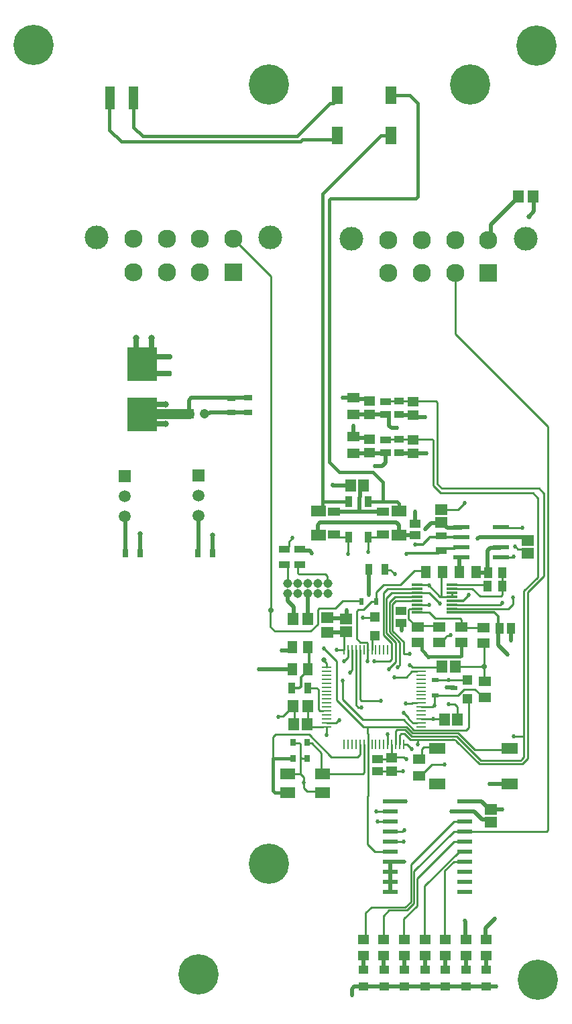
<source format=gtl>
G04*
G04 #@! TF.GenerationSoftware,Altium Limited,Altium Designer,21.7.2 (23)*
G04*
G04 Layer_Physical_Order=1*
G04 Layer_Color=255*
%FSLAX25Y25*%
%MOIN*%
G70*
G04*
G04 #@! TF.SameCoordinates,186AB076-094B-42DB-82BF-AC498878BA60*
G04*
G04*
G04 #@! TF.FilePolarity,Positive*
G04*
G01*
G75*
%ADD10C,0.01000*%
%ADD23R,0.15000X0.16693*%
%ADD24R,0.04134X0.03150*%
%ADD25R,0.05363X0.04558*%
%ADD29R,0.07316X0.05339*%
%ADD30R,0.05151X0.03175*%
%ADD31R,0.05142X0.05938*%
%ADD32R,0.02559X0.03740*%
%ADD33R,0.05534X0.05938*%
%ADD37R,0.03150X0.04134*%
%ADD42R,0.05709X0.03740*%
%ADD43R,0.05938X0.05534*%
%ADD44R,0.05500X0.09000*%
%ADD50R,0.05938X0.04750*%
%ADD51R,0.05727X0.06127*%
%ADD54R,0.05938X0.05142*%
%ADD56R,0.04750X0.05938*%
%ADD68C,0.04500*%
%ADD75C,0.02800*%
%ADD76R,0.05709X0.04724*%
%ADD77R,0.04724X0.04331*%
%ADD78R,0.05000X0.11496*%
%ADD79R,0.05315X0.06102*%
%ADD80R,0.05315X0.03347*%
%ADD81R,0.03543X0.05315*%
%ADD82R,0.07480X0.05512*%
%ADD83R,0.04724X0.00866*%
%ADD84R,0.00866X0.04724*%
%ADD85R,0.03622X0.05591*%
%ADD86R,0.05315X0.04134*%
%ADD87R,0.05512X0.04724*%
%ADD88R,0.07800X0.02200*%
%ADD89R,0.06496X0.04331*%
%ADD90R,0.06102X0.05315*%
%ADD91R,0.02362X0.03740*%
%ADD92R,0.04528X0.04528*%
%ADD93R,0.05709X0.01378*%
%ADD94R,0.08268X0.05512*%
%ADD95R,0.03740X0.02362*%
%ADD96R,0.05591X0.03819*%
%ADD97R,0.04134X0.05315*%
G04:AMPARAMS|DCode=98|XSize=76.77mil|YSize=23.23mil|CornerRadius=2.9mil|HoleSize=0mil|Usage=FLASHONLY|Rotation=180.000|XOffset=0mil|YOffset=0mil|HoleType=Round|Shape=RoundedRectangle|*
%AMROUNDEDRECTD98*
21,1,0.07677,0.01742,0,0,180.0*
21,1,0.07097,0.02323,0,0,180.0*
1,1,0.00581,-0.03548,0.00871*
1,1,0.00581,0.03548,0.00871*
1,1,0.00581,0.03548,-0.00871*
1,1,0.00581,-0.03548,-0.00871*
%
%ADD98ROUNDEDRECTD98*%
%ADD99R,0.04134X0.05709*%
%ADD100C,0.01500*%
%ADD101C,0.02000*%
%ADD102C,0.01200*%
%ADD103C,0.02500*%
%ADD104C,0.05000*%
%ADD105C,0.11811*%
%ADD106C,0.09055*%
%ADD107R,0.09055X0.09055*%
%ADD108C,0.04756*%
%ADD109R,0.04756X0.04756*%
%ADD110R,0.05937X0.05937*%
%ADD111C,0.05937*%
%ADD112C,0.20000*%
%ADD113C,0.02047*%
%ADD114C,0.02500*%
%ADD115C,0.03150*%
%ADD116C,0.03100*%
%ADD117C,0.02000*%
D10*
X-56949Y136282D02*
G03*
X-56956Y136289I-707J-707D01*
G01*
X-56956Y136290D02*
G03*
X-58334Y136860I-1378J-1380D01*
G01*
X-60438Y188514D02*
G03*
X-59800Y188900I-1044J2448D01*
G01*
X-61349Y188224D02*
G03*
X-61931Y187777I1397J-2425D01*
G01*
X-61025Y188341D02*
G03*
X-61349Y188224I174J-985D01*
G01*
X-61025Y188341D02*
G03*
X-60438Y188514I-456J2622D01*
G01*
X-44761Y173000D02*
G03*
X-44762Y173000I-6J-1000D01*
G01*
X-93068Y37711D02*
Y49232D01*
Y37711D02*
X-92868Y37511D01*
X-58100Y91300D02*
X-52700D01*
X-77999Y71401D02*
X-58100Y91300D01*
X-77999Y55400D02*
Y71401D01*
X-81413Y51985D02*
X-77999Y55400D01*
X-90315Y51985D02*
X-81413D01*
X-93068Y49232D02*
X-90315Y51985D01*
X-72700Y37711D02*
Y64100D01*
Y37711D02*
X-72500Y37511D01*
X-55500Y81300D02*
X-52700D01*
X-72700Y64100D02*
X-55500Y81300D01*
X-101900Y38663D02*
Y50700D01*
X-103051Y37511D02*
X-101900Y38663D01*
X-58100Y96300D02*
X-52700D01*
X-79499Y74901D02*
X-58100Y96300D01*
X-79499Y56172D02*
Y74901D01*
X-82185Y53485D02*
X-79499Y56172D01*
X-99115Y53485D02*
X-82185D01*
X-101900Y50700D02*
X-99115Y53485D01*
X-62516Y37711D02*
Y71884D01*
Y37711D02*
X-62316Y37511D01*
X-58100Y76300D02*
X-52700D01*
X-62516Y71884D02*
X-58100Y76300D01*
X-82884Y37711D02*
Y47915D01*
Y37711D02*
X-82684Y37511D01*
X-58100Y86300D02*
X-52700D01*
X-76499Y67901D02*
X-58100Y86300D01*
X-76499Y54300D02*
Y67901D01*
X-82884Y47915D02*
X-76499Y54300D01*
X-69169Y124500D02*
X-62600D01*
X-74806Y118863D02*
X-69169Y124500D01*
X-104715Y156715D02*
X-104000Y156000D01*
X-104715Y156715D02*
Y181435D01*
X-100839Y181374D02*
X-100778Y181435D01*
X-100900Y175700D02*
X-100839Y175761D01*
Y181374D01*
X-88967Y128321D02*
X-88747Y128100D01*
X-88967Y128321D02*
Y134585D01*
X-81485D02*
X-78900Y132000D01*
X-83061Y134585D02*
X-81485D01*
X-86413Y141700D02*
X-82343D01*
X-86998Y134585D02*
Y141114D01*
X-86413Y141700D01*
X-77926Y141526D02*
X-51874D01*
X-50564Y142836D01*
X-56026Y140026D02*
X-47700Y131700D01*
X-78547Y140026D02*
X-56026D01*
X-79169Y138526D02*
X-56647D01*
X-44705Y126584D01*
X-56956Y136289D02*
X-56956Y136290D01*
X-75900Y136860D02*
X-58334D01*
X-45451Y124784D02*
X-24040D01*
X-56949Y136282D02*
X-45451Y124784D01*
X-60600Y154500D02*
X-57590D01*
X-56204Y153114D01*
X-60750Y166390D02*
X-60700Y166340D01*
X-67190Y166390D02*
X-60750D01*
X-67200Y166380D02*
X-67190Y166390D01*
X-67600Y153700D02*
Y158500D01*
X-67200Y158900D01*
X-67160Y158860D02*
X-56140D01*
X-67200Y158900D02*
X-67160Y158860D01*
X-43394Y157663D02*
X-42800D01*
X-47631Y161900D02*
X-43394Y157663D01*
X-53100Y161900D02*
X-47631D01*
X-56140Y158860D02*
X-53100Y161900D01*
X-60700Y166340D02*
X-51286D01*
X-65200Y185057D02*
X-64651D01*
X-61931Y187777D01*
X-58840Y203947D02*
X-35109D01*
X-34157Y204900D01*
X-34000D01*
X-100600Y230200D02*
Y237322D01*
X-100579Y237343D01*
X-89537Y221137D02*
X-87500Y219100D01*
X-92200Y221137D02*
X-89537D01*
X-92463Y221400D02*
X-92200Y221137D01*
X-57500Y338600D02*
X-11400Y292500D01*
X-57500Y338600D02*
Y368634D01*
X-11400Y91786D02*
Y292500D01*
X-65000Y204500D02*
Y204600D01*
X-70253Y209853D02*
X-65000Y204600D01*
X-76360Y209853D02*
X-70253D01*
X-116200Y156400D02*
Y175876D01*
X-122624Y182300D02*
X-116200Y175876D01*
X-122600Y176191D02*
X-121250Y174841D01*
Y172774D02*
Y174841D01*
X-122600Y176191D02*
Y176400D01*
X-82343Y141700D02*
X-79169Y138526D01*
X-81721Y143200D02*
X-78547Y140026D01*
X-83095Y146695D02*
X-77926Y141526D01*
X-78400Y285946D02*
Y286300D01*
X-84950D02*
X-78400D01*
X-69056D01*
X-100853Y143200D02*
X-81721D01*
X-100778Y134585D02*
Y139753D01*
Y108759D02*
Y134585D01*
X-135800Y219686D02*
X-135214Y219100D01*
X-105539Y152900D02*
X-104100D01*
X-103900Y152700D01*
X-106757Y154119D02*
X-105539Y152900D01*
X-106757Y154119D02*
Y181324D01*
X-82995Y179573D02*
X-80173D01*
X-83061Y179640D02*
X-82995Y179573D01*
X-83061Y179640D02*
Y185404D01*
X-80173Y179573D02*
X-80000Y179400D01*
X-78883Y170806D02*
X-76262D01*
X-81789Y167900D02*
X-78883Y170806D01*
X-87600Y167900D02*
X-81789D01*
X-82883Y128100D02*
X-81983Y127200D01*
X-88747Y128100D02*
X-82883D01*
X-81983Y127200D02*
X-81700D01*
X-96100Y127053D02*
X-89794D01*
X-88747Y128100D01*
X-80552Y147252D02*
Y147752D01*
X-82900Y150100D02*
X-80552Y147752D01*
Y147252D02*
X-78405Y145105D01*
X-77405D01*
X-50564Y142836D02*
Y156538D01*
X-78714Y201900D02*
X-78635Y201979D01*
X-76360D01*
X-80555Y196800D02*
Y201314D01*
X-79969Y201900D02*
X-78714D01*
X-80555Y196800D02*
X-76498Y192743D01*
X-80555Y201314D02*
X-79969Y201900D01*
X-105751Y201377D02*
X-103123D01*
X-99026Y205474D02*
X-96660D01*
Y210111D01*
X-103123Y201377D02*
X-99026Y205474D01*
X-106500Y200628D02*
X-105751Y201377D01*
X-106500Y187086D02*
Y200628D01*
X-97726Y197500D02*
X-97400Y197826D01*
X-103400Y197500D02*
X-97726D01*
X-129202Y190695D02*
X-125700Y194197D01*
X-147095Y190695D02*
X-129202D01*
X-125700Y194197D02*
Y201414D01*
X-125114Y202000D02*
X-117000D01*
X-125700Y201414D02*
X-125114Y202000D01*
X-85030Y173961D02*
Y181435D01*
X-85942Y173049D02*
X-85030Y173961D01*
X-85942Y172766D02*
Y173049D01*
X-90100Y205260D02*
X-87476Y207884D01*
X-88600Y204214D02*
X-86898Y205916D01*
X-76360D01*
X-87476Y207884D02*
X-76360D01*
X-91600Y207264D02*
X-89011Y209853D01*
X-76360D01*
X-70400Y213400D02*
X-64884Y207884D01*
X-64312D01*
X-68482Y153089D02*
X-67871Y153700D01*
X-74400Y153089D02*
X-68482D01*
X-67871Y153700D02*
X-67600D01*
X-78884Y154924D02*
X-78750Y155058D01*
X-76262D01*
X-81876Y154924D02*
X-78884D01*
X-81900Y154900D02*
X-81876Y154924D01*
X-28500Y138400D02*
X-23200D01*
Y210746D01*
Y137400D02*
Y138400D01*
X-24200Y127170D02*
X-23271Y128099D01*
X-23200Y128170D02*
Y137300D01*
X-24200Y127170D02*
Y127170D01*
X-16300Y217646D02*
Y256900D01*
X-23200Y210746D02*
X-16300Y217646D01*
X-66300Y263900D02*
X-64100Y261700D01*
X-15800D01*
X-13400Y259300D01*
Y218000D02*
Y259300D01*
X-21400Y210000D02*
X-13400Y218000D01*
X-52600Y91200D02*
X-11986D01*
X-11400Y91786D01*
X-21400Y127424D02*
Y210000D01*
X-24040Y124784D02*
X-21400Y127424D01*
X-88967Y176919D02*
Y181435D01*
X-89034Y181502D02*
X-88967Y181435D01*
X-89986Y175900D02*
X-88967Y176919D01*
X-97800Y175900D02*
X-89986D01*
X-44762Y173000D02*
X-43000D01*
Y166137D02*
Y173000D01*
Y166137D02*
X-42800Y165937D01*
X-44761Y173000D02*
X-44414Y173000D01*
X-57352Y173000D02*
X-44762D01*
X-78703Y172774D02*
X-64074D01*
X-63848Y173000D01*
X-43000D02*
Y184557D01*
X-57500Y368634D02*
X-57479Y368655D01*
X-52700Y91300D02*
X-52600Y91200D01*
X-149100Y201000D02*
Y367142D01*
X-167694Y385735D02*
X-149100Y367142D01*
X-139846Y235584D02*
X-138500Y236929D01*
Y237200D01*
X-139846Y233009D02*
Y235584D01*
X-149200Y192800D02*
Y201000D01*
Y192800D02*
X-147095Y190695D01*
X-18800Y259400D02*
X-16300Y256900D01*
X-212900Y298561D02*
X-207900Y303561D01*
X-212900Y323639D02*
X-208021Y318761D01*
X-212900Y323639D02*
Y325961D01*
X-217100Y330161D02*
X-212900Y325961D01*
X-217100Y327839D02*
X-212900Y323639D01*
X-217100Y327839D02*
Y330161D01*
X-216500Y294961D02*
X-212900Y298561D01*
X-208000Y293661D01*
X-217800Y303461D02*
X-212900Y298561D01*
X-132600Y112800D02*
X-131100Y111300D01*
X-124263D01*
X-123439Y110476D01*
X-123214Y110700D01*
X-145200Y148300D02*
X-145009Y148491D01*
X-148000Y127921D02*
Y138200D01*
Y127921D02*
X-147600Y127521D01*
X-148000Y138200D02*
X-146800Y139400D01*
X-130000D01*
X-137648Y144500D02*
X-137500Y144648D01*
X-140761Y119924D02*
X-134224D01*
X-137807Y135293D02*
X-134893D01*
X-134307Y134707D01*
Y120007D02*
Y128093D01*
Y134707D01*
Y120007D02*
X-134224Y119924D01*
X-134307Y128093D02*
X-133707Y127493D01*
X-134224Y119924D02*
X-132600Y118300D01*
Y112800D02*
Y115550D01*
Y118300D01*
X-133707Y127493D02*
X-130962D01*
X-131152Y144500D02*
X-130753Y144899D01*
X-131017Y135393D02*
X-130648Y135024D01*
X-130753Y144899D02*
Y153600D01*
X-131152Y144500D02*
X-129765Y143113D01*
X-130648Y135024D02*
X-128824D01*
X-129765Y143113D02*
X-125187D01*
X-128824Y135024D02*
X-123900Y130100D01*
X-125187Y143113D02*
X-125113Y143187D01*
X-130000Y139400D02*
X-118900Y128300D01*
X-124797Y151010D02*
X-123969D01*
X-125113Y143187D02*
X-123113D01*
X-123900Y120386D02*
Y130100D01*
Y120386D02*
X-123439Y119924D01*
X-121325Y139125D02*
Y143180D01*
Y139125D02*
X-121300Y139100D01*
X-121250Y145215D02*
X-121184Y145148D01*
X-130663Y162400D02*
X-130563Y162500D01*
X-126203D01*
X-125500Y161797D01*
Y151713D02*
Y161797D01*
Y151713D02*
X-124797Y151010D01*
X-123969D02*
X-123925Y151054D01*
X-123113D01*
X-137500Y144648D02*
Y153053D01*
X-145009Y148491D02*
X-142954D01*
X-138047Y153398D01*
Y153600D01*
X-137500Y153053D01*
X-97500Y81300D02*
X-89700D01*
X-100853Y84653D02*
X-97500Y81300D01*
X-83050Y86250D02*
X-83000Y86200D01*
X-83100Y86300D02*
X-83050Y86250D01*
X-89700Y86300D02*
X-83100D01*
X-95923Y96123D02*
X-95835Y96212D01*
X-89788D01*
X-89700Y96300D01*
X-100853Y84653D02*
Y108684D01*
X-96700Y101300D02*
X-89700D01*
X-96823Y101423D02*
X-96700Y101300D01*
X-100853Y108684D02*
X-100778Y108759D01*
X-123439Y119924D02*
X-103407D01*
X-102746Y120585D01*
X-96100Y121147D02*
X-89006D01*
X-102746Y120585D02*
Y134585D01*
X-118900Y128300D02*
X-106000D01*
X-104715Y129585D01*
Y134585D01*
X-89700Y91300D02*
X-83573D01*
X-83050Y91823D01*
X-82644D01*
X-89700Y101300D02*
X-89677Y101323D01*
X-75400Y118863D02*
X-74806D01*
X-89006Y121147D02*
X-89000Y121153D01*
X-88954Y121200D01*
X-83400D01*
X-75400Y127137D02*
X-74000Y128537D01*
Y132200D01*
X-44705Y126584D02*
X-24786D01*
X-24200Y127170D01*
X-47700Y131700D02*
X-31345D01*
X-30487Y132558D01*
X-100853Y139828D02*
X-100778Y139753D01*
X-100853Y139828D02*
Y143200D01*
X-100853Y143200D01*
X-103000D02*
X-100853D01*
X-117494Y145105D02*
X-116666D01*
X-117538Y145148D02*
X-117494Y145105D01*
X-121184Y145148D02*
X-117538D01*
X-116666Y145105D02*
X-115171Y146600D01*
X-114900D01*
X-116200Y156400D02*
X-103000Y143200D01*
X-113300Y156730D02*
X-103265Y146695D01*
X-104000Y156000D02*
X-94200D01*
X-113300Y156730D02*
Y166000D01*
X-91002Y134652D02*
X-90935Y134585D01*
X-85097Y134652D02*
X-85030Y134585D01*
X-91002Y134652D02*
Y137082D01*
X-85097Y134652D02*
Y138059D01*
X-91010Y137090D02*
X-91002Y137082D01*
X-85105Y138067D02*
X-85097Y138059D01*
X-91010Y137090D02*
Y139590D01*
X-85105Y138067D02*
Y138895D01*
X-84200Y139800D01*
X-82564D01*
X-103265Y146695D02*
X-83095D01*
X-109800Y170200D02*
Y170471D01*
X-108652Y171619D01*
Y181435D01*
X-112800Y175700D02*
X-110687Y177813D01*
Y181369D01*
X-106757Y181324D02*
Y181362D01*
X-106684Y181435D01*
X-110687Y181369D02*
X-110620Y181435D01*
X-116330D02*
X-112589D01*
X-100845Y181502D02*
X-100778Y181435D01*
X-116407Y181513D02*
X-116330Y181435D01*
X-90300Y171900D02*
Y172035D01*
X-86998Y175336D01*
Y181435D01*
X-85076Y181482D02*
X-85030Y181435D01*
X-87065Y181502D02*
X-86998Y181435D01*
X-74000Y132200D02*
X-73100Y133100D01*
X-66855D01*
X-75900Y134600D02*
Y136860D01*
X-79624D02*
X-75900D01*
X-82564Y139800D02*
X-79624Y136860D01*
X-77405Y145105D02*
X-77361Y145148D01*
X-76262D01*
X-70970Y147116D02*
X-70927Y147073D01*
X-74333Y147116D02*
X-70970D01*
X-74400Y147184D02*
X-74333Y147116D01*
X-66855Y133100D02*
X-66313Y132558D01*
X-62873Y147073D02*
X-62700Y146900D01*
X-70927Y147073D02*
X-62873D01*
X-56204Y146900D02*
Y153114D01*
X-51200Y157174D02*
X-50564Y156538D01*
X-79729Y173800D02*
X-78703Y172774D01*
X-80000Y173800D02*
X-79729D01*
X-51286Y166340D02*
X-51200Y166426D01*
X-96660Y210111D02*
X-92871Y213900D01*
X-93100Y209699D02*
X-90912Y211887D01*
X-135800Y219686D02*
Y222861D01*
X-142200Y223961D02*
X-141235D01*
X-142200Y231639D02*
X-141216D01*
X-140800Y214400D02*
Y223961D01*
X-141216Y231639D02*
X-139846Y233009D01*
X-135800Y222861D02*
X-134800Y223861D01*
X-135214Y219100D02*
X-122000D01*
X-121050Y218150D01*
Y214650D02*
Y218150D01*
Y214650D02*
X-120800Y214400D01*
X-112664Y189288D02*
X-112589Y189213D01*
Y181435D02*
Y189213D01*
X-112664Y189288D02*
X-111649Y190303D01*
X-111600Y190352D01*
X-106500Y187086D02*
X-104715Y185301D01*
X-101438D01*
X-100845Y184707D01*
Y181502D02*
Y184707D01*
X-98884Y187090D02*
X-98809Y187015D01*
Y181435D02*
Y187015D01*
X-98884Y187090D02*
X-97400Y188574D01*
X-93100Y188900D02*
Y209699D01*
X-91600Y189700D02*
Y207264D01*
X-117000Y202000D02*
X-113900Y205100D01*
Y205114D01*
X-113314Y205700D01*
X-110700Y229000D02*
Y237065D01*
X-113314Y205700D02*
X-104366D01*
X-104140Y205474D01*
X-125300Y250408D02*
X-125008Y250700D01*
X-117546Y238890D02*
X-115999Y237343D01*
X-110421D01*
X-110700Y237065D02*
X-110421Y237343D01*
X-93100Y188900D02*
X-89034Y184834D01*
X-90100Y190321D02*
Y205260D01*
X-91600Y189700D02*
X-87065Y185165D01*
X-89034Y181502D02*
Y184834D01*
X-88600Y190943D02*
Y204214D01*
X-90100Y190321D02*
X-85076Y185298D01*
X-87065Y181502D02*
Y185165D01*
X-88600Y190943D02*
X-83061Y185404D01*
X-85076Y181482D02*
Y185298D01*
X-84500Y200853D02*
X-84083D01*
X-76498Y192743D02*
X-76100D01*
X-66000Y193543D02*
X-65200Y192743D01*
X-76100D02*
X-75300Y193543D01*
X-66000D01*
X-70310Y200010D02*
X-67300Y197000D01*
X-76360Y200010D02*
X-70310D01*
X-84083Y200853D02*
X-82516Y202420D01*
X-70247Y203947D02*
X-70200Y203900D01*
X-76360Y203947D02*
X-70247D01*
X-90912Y211887D02*
X-76426D01*
X-92871Y213900D02*
X-84600D01*
X-77800Y220700D01*
X-76426Y211887D02*
X-76360Y211821D01*
X-70671Y213400D02*
X-70400D01*
X-64312Y207884D02*
Y219251D01*
X-71060Y213790D02*
X-70671Y213400D01*
X-76360Y213790D02*
X-71060D01*
X-73137Y220700D02*
X-71837Y219400D01*
X-77800Y220700D02*
X-73137D01*
X-54200Y192643D02*
X-43400D01*
X-54300Y192743D02*
X-54200Y192643D01*
X-54300Y192743D02*
Y196414D01*
X-54886Y197000D02*
X-54300Y196414D01*
X-67300Y197000D02*
X-54886D01*
X-58840Y201979D02*
X-30921D01*
X-64312Y207884D02*
X-58840D01*
Y209853D01*
X-48861Y211821D02*
X-45140Y208100D01*
X-58840Y211821D02*
X-48861D01*
X-58840Y213790D02*
X-41831D01*
X-64312Y219251D02*
X-63563Y220000D01*
X-43400Y184957D02*
X-43000Y184557D01*
X-30921Y201979D02*
X-28800Y204100D01*
Y207500D01*
X-45140Y208100D02*
X-34544D01*
X-33958Y208686D01*
X-41831Y213790D02*
X-41242Y213200D01*
X-33958Y208686D02*
Y219700D01*
X-33858Y219800D01*
X-34800Y227400D02*
X-29047D01*
X-28647Y227800D01*
X-28376D01*
X-23558Y231509D02*
X-21400Y229352D01*
X-26268Y231509D02*
X-23558D01*
X-27459Y232700D02*
X-26268Y231509D01*
X-27729Y232700D02*
X-27459D01*
X-24000Y242300D02*
X-23900Y242200D01*
X-34700Y242300D02*
X-24000D01*
X-34800Y242400D02*
X-34700Y242300D01*
X-85400Y250608D02*
X-85300Y250508D01*
X-85450Y286300D02*
X-85200Y286050D01*
X-84950Y286300D01*
X-91748D02*
X-85450D01*
X-91548Y305300D02*
X-85550D01*
X-64300Y251148D02*
X-55952D01*
X-52600Y254500D01*
X-64600Y259400D02*
X-18800D01*
X-68471Y263270D02*
X-64600Y259400D01*
X-68471Y263270D02*
Y285714D01*
X-66300Y263900D02*
Y304414D01*
X-69056Y286300D02*
X-68471Y285714D01*
X-66986Y305100D02*
X-66300Y304414D01*
X-78500Y305100D02*
X-66986D01*
X-78500Y304847D02*
Y305100D01*
X-85300Y305050D02*
X-85250Y305100D01*
X-78500D01*
X-85550Y305300D02*
X-85300Y305050D01*
X-92100Y285948D02*
X-91748Y286300D01*
X-91900Y304948D02*
X-91548Y305300D01*
X-100579Y237343D02*
X-94946D01*
X-93400Y238890D01*
D23*
X-212900Y298561D02*
D03*
Y323639D02*
D03*
D24*
X-160400Y299458D02*
D03*
Y306742D02*
D03*
X-168700Y299358D02*
D03*
Y306642D02*
D03*
D25*
X-99900Y286157D02*
D03*
Y279643D02*
D03*
Y298643D02*
D03*
Y305157D02*
D03*
D29*
X-85300Y250508D02*
D03*
Y238492D02*
D03*
X-125300Y238392D02*
D03*
Y250408D02*
D03*
D30*
X-85300Y305050D02*
D03*
Y298350D02*
D03*
X-85200Y286050D02*
D03*
Y279350D02*
D03*
D31*
X-130557Y171800D02*
D03*
X-138243D02*
D03*
X-130557Y182800D02*
D03*
X-138243D02*
D03*
D32*
X-131017Y135393D02*
D03*
X-137907D02*
D03*
X-137852Y127493D02*
D03*
X-130962D02*
D03*
D33*
X-130753Y153600D02*
D03*
X-138047D02*
D03*
Y196700D02*
D03*
X-130753D02*
D03*
D37*
X-221242Y229500D02*
D03*
X-213958D02*
D03*
X-185242D02*
D03*
X-177958D02*
D03*
D42*
X-142200Y223961D02*
D03*
Y231639D02*
D03*
X-134800Y231539D02*
D03*
Y223861D02*
D03*
D43*
X-121000Y190253D02*
D03*
Y197547D02*
D03*
D44*
X-89450Y437000D02*
D03*
Y457000D02*
D03*
X-115950D02*
D03*
Y437000D02*
D03*
D50*
X-108000Y279063D02*
D03*
Y287337D02*
D03*
X-107900Y298463D02*
D03*
Y306737D02*
D03*
X-75400Y127137D02*
D03*
Y118863D02*
D03*
X-42800Y165937D02*
D03*
Y157663D02*
D03*
D51*
X-25845Y406700D02*
D03*
X-18555D02*
D03*
D54*
X-54300Y192743D02*
D03*
Y185057D02*
D03*
X-65200Y192743D02*
D03*
Y185057D02*
D03*
X-76100Y192743D02*
D03*
Y185057D02*
D03*
X-43400Y192643D02*
D03*
Y184957D02*
D03*
D56*
X-63563Y220000D02*
D03*
X-71837D02*
D03*
X-55404D02*
D03*
X-47130D02*
D03*
D68*
X-120800Y214400D02*
D03*
Y209400D02*
D03*
X-125800Y214400D02*
D03*
Y209400D02*
D03*
X-130800Y214400D02*
D03*
Y209400D02*
D03*
X-135800Y214400D02*
D03*
Y209400D02*
D03*
X-140800Y214400D02*
D03*
Y209400D02*
D03*
D75*
X-43000Y173000D02*
D03*
X-149100Y201000D02*
D03*
D76*
X-52132Y29637D02*
D03*
Y37511D02*
D03*
X-41949Y29637D02*
D03*
Y37511D02*
D03*
X-62316Y29637D02*
D03*
Y37511D02*
D03*
X-72500Y29637D02*
D03*
Y37511D02*
D03*
X-103051Y29637D02*
D03*
Y37511D02*
D03*
X-92868Y29637D02*
D03*
Y37511D02*
D03*
X-82684Y29637D02*
D03*
Y37511D02*
D03*
D77*
X-42000Y22408D02*
D03*
Y14140D02*
D03*
X-92833Y22408D02*
D03*
Y14140D02*
D03*
X-103000Y22408D02*
D03*
Y14140D02*
D03*
X-72500Y22408D02*
D03*
Y14140D02*
D03*
X-82667Y22408D02*
D03*
Y14140D02*
D03*
X-62333Y22408D02*
D03*
Y14140D02*
D03*
X-52167Y22408D02*
D03*
Y14140D02*
D03*
D78*
X-229006Y455665D02*
D03*
X-217195D02*
D03*
D79*
X-109348Y263300D02*
D03*
X-102852D02*
D03*
X-137648Y144500D02*
D03*
X-131152D02*
D03*
X-56204Y146900D02*
D03*
X-62700D02*
D03*
X-57352Y173000D02*
D03*
X-63848D02*
D03*
D80*
X-92100Y285948D02*
D03*
Y279452D02*
D03*
X-91900Y304948D02*
D03*
Y298452D02*
D03*
D81*
X-100579Y255257D02*
D03*
Y237343D02*
D03*
X-110421Y255257D02*
D03*
Y237343D02*
D03*
D82*
X-140761Y119924D02*
D03*
X-123439D02*
D03*
Y110476D02*
D03*
X-140761D02*
D03*
D83*
X-121250Y155058D02*
D03*
Y151120D02*
D03*
Y147184D02*
D03*
Y143246D02*
D03*
Y145215D02*
D03*
Y149152D02*
D03*
Y153089D02*
D03*
Y172774D02*
D03*
Y168837D02*
D03*
Y164900D02*
D03*
Y160963D02*
D03*
Y170806D02*
D03*
Y166868D02*
D03*
Y162932D02*
D03*
Y157026D02*
D03*
Y158994D02*
D03*
X-74400Y160963D02*
D03*
Y164900D02*
D03*
Y168837D02*
D03*
Y172774D02*
D03*
Y170806D02*
D03*
Y166868D02*
D03*
Y162932D02*
D03*
Y143246D02*
D03*
Y147184D02*
D03*
Y151120D02*
D03*
Y155058D02*
D03*
Y145215D02*
D03*
Y149152D02*
D03*
Y153089D02*
D03*
Y158994D02*
D03*
Y157026D02*
D03*
D84*
X-100778Y181435D02*
D03*
X-104715D02*
D03*
X-108652D02*
D03*
X-112589D02*
D03*
X-110620D02*
D03*
X-106684D02*
D03*
X-102746D02*
D03*
X-83061D02*
D03*
X-86998D02*
D03*
X-90935D02*
D03*
X-94872D02*
D03*
X-85030D02*
D03*
X-88967D02*
D03*
X-92904D02*
D03*
X-98809D02*
D03*
X-96841D02*
D03*
X-94872Y134585D02*
D03*
X-90935D02*
D03*
X-86998D02*
D03*
X-83061D02*
D03*
X-85030D02*
D03*
X-88967D02*
D03*
X-92904D02*
D03*
X-112589D02*
D03*
X-108652D02*
D03*
X-104715D02*
D03*
X-100778D02*
D03*
X-110620D02*
D03*
X-106684D02*
D03*
X-102746D02*
D03*
X-96841D02*
D03*
X-98809D02*
D03*
D85*
X-130663Y162400D02*
D03*
X-138537D02*
D03*
X-92463Y221400D02*
D03*
X-100337D02*
D03*
D86*
X-96100Y121147D02*
D03*
Y127053D02*
D03*
X-77500Y244253D02*
D03*
Y238347D02*
D03*
X-84500Y194947D02*
D03*
Y200853D02*
D03*
D87*
X-89000Y121153D02*
D03*
Y127847D02*
D03*
X-78400Y285946D02*
D03*
Y279254D02*
D03*
X-78500Y298153D02*
D03*
Y304847D02*
D03*
D88*
X-89700Y106300D02*
D03*
Y101300D02*
D03*
Y96300D02*
D03*
Y91300D02*
D03*
Y86300D02*
D03*
Y81300D02*
D03*
Y76300D02*
D03*
Y71300D02*
D03*
Y66300D02*
D03*
Y61300D02*
D03*
X-52700D02*
D03*
Y66300D02*
D03*
Y71300D02*
D03*
Y76300D02*
D03*
Y81300D02*
D03*
Y86300D02*
D03*
Y91300D02*
D03*
Y96300D02*
D03*
Y101300D02*
D03*
Y106300D02*
D03*
D89*
X-117546Y238890D02*
D03*
Y250110D02*
D03*
X-93400Y250110D02*
D03*
Y238890D02*
D03*
D90*
X-111600Y196848D02*
D03*
Y190352D02*
D03*
X-39800Y95652D02*
D03*
Y102148D02*
D03*
X-64300Y251148D02*
D03*
Y244652D02*
D03*
X-21400Y229352D02*
D03*
Y235848D02*
D03*
D91*
X-104140Y205474D02*
D03*
X-96660D02*
D03*
X-100400Y214726D02*
D03*
D92*
X-97400Y197826D02*
D03*
Y188574D02*
D03*
X-51200Y157174D02*
D03*
Y166426D02*
D03*
D93*
X-76360Y207884D02*
D03*
Y213790D02*
D03*
Y211821D02*
D03*
Y209853D02*
D03*
Y205916D02*
D03*
Y203947D02*
D03*
Y201979D02*
D03*
Y200010D02*
D03*
X-58840D02*
D03*
Y213790D02*
D03*
Y211821D02*
D03*
Y209853D02*
D03*
Y207884D02*
D03*
Y205916D02*
D03*
Y203947D02*
D03*
Y201979D02*
D03*
D94*
X-30487Y132558D02*
D03*
X-66313D02*
D03*
X-30487Y114842D02*
D03*
X-66313D02*
D03*
D95*
X-67200Y166380D02*
D03*
Y158900D02*
D03*
X-57948Y162640D02*
D03*
D96*
X-64500Y238161D02*
D03*
Y230839D02*
D03*
D97*
X-29547Y192100D02*
D03*
X-35453D02*
D03*
D98*
X-54328Y227400D02*
D03*
Y232400D02*
D03*
Y237400D02*
D03*
Y242400D02*
D03*
X-34800D02*
D03*
Y237400D02*
D03*
Y232400D02*
D03*
Y227400D02*
D03*
D99*
X-41242Y213200D02*
D03*
X-33958D02*
D03*
X-33858Y219800D02*
D03*
X-41142D02*
D03*
D100*
X-76000Y406779D02*
Y453100D01*
X-79900Y457000D02*
X-76000Y453100D01*
X-119221Y405900D02*
X-76879D01*
X-76000Y406779D01*
X-120100Y274700D02*
Y405021D01*
X-119221Y405900D01*
X-94450Y437000D02*
X-89450D01*
X-123351Y408099D02*
X-94450Y437000D01*
X-229300Y439900D02*
X-223500Y434100D01*
X-134500D01*
X-133316Y435284D01*
X-217195Y441294D02*
X-212800Y436900D01*
X-136050D02*
X-119666Y453284D01*
X-212800Y436900D02*
X-136050D01*
X-117666Y435284D02*
X-115950Y437000D01*
X-133316Y435284D02*
X-117666D01*
X-115950Y455284D02*
Y457000D01*
X-117950Y453284D02*
X-115950Y455284D01*
X-119666Y453284D02*
X-117950D01*
X-76100Y185057D02*
X-75936D01*
X-74115Y181320D02*
X-70548Y177752D01*
X-74115Y181320D02*
Y183236D01*
X-75936Y185057D02*
X-74115Y183236D01*
X-120100Y274700D02*
X-115100Y269700D01*
X-98222D01*
X-93468Y264945D01*
Y255257D02*
Y264945D01*
X-89450Y457000D02*
X-79900D01*
X-217195Y441294D02*
Y455665D01*
X-229300Y439900D02*
Y455370D01*
X-229006Y455665D01*
X-123351Y255257D02*
Y408099D01*
X-147900Y111354D02*
X-147021Y110476D01*
X-140761D01*
X-147600Y127521D02*
X-143526D01*
Y127500D02*
X-137859D01*
X-147900Y111354D02*
Y127500D01*
X-143526D01*
X-138382Y128613D02*
X-137852Y128083D01*
X-137859Y127500D02*
X-137852Y127493D01*
Y128083D01*
X-70548Y177752D02*
X-70300Y178000D01*
X-54902D01*
X-54300Y178602D01*
Y185057D01*
X-125008Y250700D02*
X-124979D01*
X-123351Y252328D01*
Y255257D01*
X-123351Y255257D01*
X-123351D02*
X-110421D01*
X-85400Y250608D02*
Y254300D01*
X-86357Y255257D02*
X-85400Y254300D01*
X-93468Y255257D02*
X-86357D01*
X-100579D02*
X-93468D01*
D101*
X-37013Y14200D02*
X-37000D01*
X-37073Y14140D02*
X-37013Y14200D01*
X-52167Y14140D02*
X-37073D01*
X-52391Y37770D02*
Y46578D01*
X-52600Y46787D02*
X-52391Y46578D01*
X-52600Y46787D02*
Y46800D01*
X-108800Y9800D02*
X-108791Y9809D01*
Y12965D01*
X-107616Y14140D01*
X-103000D01*
X-42300Y37863D02*
Y43100D01*
Y37863D02*
X-41949Y37511D01*
X-42300Y43100D02*
X-37700Y47700D01*
X-52391Y37770D02*
X-52132Y37511D01*
X-41974Y28922D02*
X-41949Y28948D01*
X-42000Y22408D02*
X-41974Y22434D01*
Y28922D01*
X-82675Y22416D02*
X-82667Y22408D01*
X-82675Y22416D02*
Y28939D01*
X-82684Y28948D02*
X-82675Y28939D01*
X-52149Y28931D02*
X-52132Y28948D01*
X-72500Y14140D02*
X-62333D01*
X-52167D01*
Y22408D02*
X-52149Y22425D01*
Y28931D01*
X-62325Y28939D02*
X-62316Y28948D01*
X-72500Y22408D02*
Y28948D01*
X-62325Y22416D02*
Y28939D01*
X-62333Y22408D02*
X-62325Y22416D01*
X-82667Y14140D02*
X-72500D01*
X-103026Y22434D02*
Y28922D01*
X-92868Y28948D02*
X-92851Y28931D01*
Y22425D02*
Y28931D01*
X-103197Y14140D02*
X-92833D01*
X-92851Y22425D02*
X-92833Y22408D01*
Y14140D02*
X-82667D01*
X-103051Y28948D02*
X-103026Y28922D01*
Y22434D02*
X-103000Y22408D01*
X-84109Y191309D02*
Y194556D01*
X-84500Y194947D02*
X-84109Y194556D01*
Y191309D02*
X-84100Y191300D01*
X-61700Y162700D02*
X-61691Y162691D01*
X-57999D01*
X-57948Y162640D01*
X-130700Y196800D02*
X-130600Y196700D01*
X-130700Y196800D02*
Y209300D01*
X-130800Y209400D02*
X-130700Y209300D01*
X-140800Y205800D02*
Y209400D01*
Y205800D02*
X-137700Y202700D01*
Y197047D02*
Y202700D01*
X-138047Y196700D02*
X-137700Y197047D01*
X-97491Y272909D02*
X-93678D01*
X-97500Y272900D02*
X-97491Y272909D01*
X-93678D02*
X-92100Y274487D01*
X-104138Y262014D02*
X-102852Y263300D01*
X-104509Y261643D02*
X-104138Y262014D01*
X-105000Y257138D02*
X-104509Y257628D01*
Y261643D01*
X-105000Y250110D02*
Y257138D01*
Y250110D02*
X-93400D01*
X-143791Y181233D02*
X-139453D01*
X-137886Y182800D01*
X-143800Y181224D02*
X-143791Y181233D01*
X-18400Y399335D02*
Y406545D01*
X-20800Y396935D02*
X-18400Y399335D01*
X-20800Y396800D02*
Y396935D01*
X-25845Y406500D02*
Y406700D01*
X-39627Y392718D02*
X-25845Y406500D01*
X-39627Y386508D02*
Y392718D01*
X-40944Y385191D02*
X-39627Y386508D01*
X-107805Y279257D02*
X-92295D01*
X-92100Y274487D02*
Y279452D01*
X-90242Y292972D02*
Y297779D01*
Y292972D02*
X-89071Y291800D01*
X-86300D01*
X-90916Y298452D02*
X-90242Y297779D01*
X-107895Y298457D02*
X-91905D01*
X-113500Y306700D02*
X-107500D01*
X-106088Y308112D01*
X-18555Y406700D02*
X-18400Y406545D01*
X-188565Y306742D02*
X-160400D01*
X-213958Y239242D02*
X-213900Y239300D01*
X-213958Y229500D02*
Y239242D01*
X-221600Y247900D02*
X-221421Y247721D01*
Y229679D02*
X-221242Y229500D01*
X-221421Y229679D02*
Y247721D01*
X-177958Y229500D02*
Y238358D01*
X-178100Y238500D02*
X-177958Y238358D01*
X-185150Y247908D02*
X-185058Y248000D01*
X-185242Y229500D02*
X-185150Y229592D01*
Y247908D01*
X-118300Y263400D02*
X-118200Y263300D01*
X-109348D01*
X-189737Y298700D02*
Y305570D01*
X-188565Y306742D01*
X-179444Y299227D02*
X-179313Y299358D01*
X-168700D01*
X-168650Y299408D01*
X-160450D01*
X-160400Y299458D01*
X-181336Y299227D02*
X-179444D01*
X-181863Y298700D02*
X-181336Y299227D01*
X-154900Y171800D02*
X-138243D01*
X-137843D01*
X-89700Y61300D02*
Y66300D01*
Y71300D01*
Y76300D01*
X-82700D01*
X-81981Y106296D02*
X-81977Y106292D01*
X-89696Y106296D02*
X-81981D01*
X-89700Y106300D02*
X-89696Y106296D01*
X-59500Y101050D02*
X-59365D01*
X-59215Y101200D01*
X-52700D01*
X-41450Y97302D02*
X-39800Y95652D01*
X-44102Y97302D02*
X-41450D01*
X-48000Y101200D02*
X-44102Y97302D01*
X-52600Y101200D02*
X-48000D01*
X-52700Y101300D02*
X-52600Y101200D01*
X-34148Y102148D02*
X-34000Y102000D01*
X-39800Y102148D02*
X-34148D01*
X-40194D02*
X-39800D01*
X-44346Y106300D02*
X-40194Y102148D01*
X-52700Y106300D02*
X-44346D01*
X-30487Y114842D02*
X-28800Y113155D01*
X-40300Y114700D02*
X-40158Y114842D01*
X-30487D01*
X-36000Y183800D02*
X-31200Y179000D01*
X-100400Y208800D02*
Y214726D01*
X-100368Y214757D01*
Y221369D01*
X-100337Y221400D01*
X-121000Y190253D02*
X-120951Y190303D01*
X-134800Y231539D02*
X-134263Y232076D01*
X-134800Y231539D02*
X-133930Y230668D01*
X-129769D01*
X-128700Y229600D01*
X-121000Y197547D02*
X-120651Y197197D01*
X-112955D01*
X-120951Y190303D02*
X-111649D01*
X-112955Y197197D02*
X-112452Y197700D01*
X-112664Y189288D02*
X-111600Y190352D01*
X-112452Y197700D02*
X-111600Y196848D01*
Y197700D02*
X-111300Y198000D01*
Y201300D01*
X-125800Y243528D02*
X-124628Y244700D01*
X-125800Y238892D02*
Y243528D01*
Y238892D02*
X-125300Y238392D01*
X-117546Y250110D02*
X-117546Y250110D01*
X-105000D01*
X-77572Y238420D02*
X-77500Y238347D01*
X-85228Y238420D02*
X-77572D01*
X-85300Y238492D02*
X-85228Y238420D01*
X-85400Y238592D02*
X-85300Y238492D01*
X-85400Y238592D02*
Y243528D01*
X-86572Y244700D02*
X-85400Y243528D01*
X-72173Y241327D02*
X-72173D01*
X-69180Y244320D01*
X-36000Y183800D02*
Y191553D01*
X-29547Y186253D02*
Y192100D01*
X-36000Y191553D02*
X-35453Y192100D01*
X-41200Y219858D02*
X-41142Y219800D01*
X-41242Y219900D02*
X-41200Y219858D01*
X-47030Y219900D02*
X-41242D01*
X-47130Y220000D02*
X-47030Y219900D01*
X-55404Y220000D02*
Y227239D01*
X-41200Y219858D02*
Y230900D01*
X-55404Y227239D02*
X-55243Y227400D01*
X-54328D01*
X-41200Y230900D02*
X-39861Y232239D01*
X-34961D01*
X-34800Y232400D01*
X-46200Y236700D02*
X-45500Y237400D01*
X-34800D01*
X-61493Y242239D02*
X-54328D01*
X-63906Y244652D02*
X-61493Y242239D01*
X-22952Y237400D02*
X-21400Y235848D01*
X-34800Y237400D02*
X-22952D01*
X-85152Y279302D02*
X-78448D01*
X-85200Y279350D02*
X-85152Y279302D01*
X-69180Y244320D02*
X-64632D01*
X-64300Y244652D01*
X-77500Y244253D02*
Y250200D01*
X-78347Y279200D02*
X-71800D01*
X-78448Y279302D02*
X-78347Y279200D01*
X-77447Y297100D02*
X-72500D01*
X-78598Y298252D02*
X-77447Y297100D01*
X-78598Y298252D02*
X-78500Y298153D01*
X-85202Y298252D02*
X-78598D01*
X-85300Y298350D02*
X-85202Y298252D01*
X-106031Y286747D02*
X-100490D01*
X-100946Y306203D02*
X-99900Y305157D01*
X-100490Y286747D02*
X-99900Y286157D01*
X-91905Y298457D02*
X-91900Y298452D01*
X-108000Y279063D02*
X-107805Y279257D01*
X-124628Y244700D02*
X-86572D01*
X-93400Y250110D02*
X-93400Y250110D01*
X-92295Y279257D02*
X-92100Y279452D01*
X-108100Y287437D02*
Y292700D01*
Y287437D02*
X-108000Y287337D01*
X-107900Y298463D02*
X-107895Y298457D01*
X-107900Y306737D02*
X-107463D01*
X-107311Y288026D02*
X-106031Y286747D01*
Y306303D02*
Y308047D01*
Y306303D02*
X-105931Y306203D01*
X-100946D01*
D102*
X-58840Y200010D02*
X-38010D01*
X-58840Y205916D02*
X-53222D01*
X-51024Y208347D02*
X-50600Y208771D01*
X-53222Y205916D02*
X-51024Y208114D01*
Y208347D01*
X-138537Y162400D02*
X-134926D01*
X-134077Y163249D01*
Y167882D01*
X-130159Y171800D01*
X-130200Y182800D02*
X-130157Y182757D01*
X-130159Y171800D02*
X-130157D01*
Y182757D01*
X-81800Y229300D02*
X-81583D01*
X-81354Y229529D01*
X-65810D01*
X-64500Y230839D01*
X-77200Y233900D02*
X-73400D01*
X-69900Y237400D01*
X-65261D01*
X-64500Y238161D01*
X-36000Y191553D02*
Y198000D01*
X-38010Y200010D02*
X-36000Y198000D01*
X-64500Y230839D02*
X-63548Y231790D01*
X-57614D01*
X-57005Y232400D01*
X-54328D01*
X-63739Y237400D02*
X-54328D01*
X-64500Y238161D02*
X-63739Y237400D01*
D103*
X-208000Y293661D02*
X-201200D01*
X-207900Y303561D02*
X-201200D01*
X-208021Y318761D02*
X-199600D01*
X-209379Y327161D02*
X-199400D01*
X-208500Y328039D02*
Y336561D01*
X-217100Y330161D02*
X-216475D01*
X-215900Y330736D01*
X-212900Y323639D02*
X-209379Y327161D01*
X-215900Y330736D02*
Y336561D01*
D104*
X-212600Y298700D02*
X-189737D01*
D105*
X-109054Y385943D02*
D03*
X-22440D02*
D03*
X-235804Y386487D02*
D03*
X-149190D02*
D03*
D106*
X-90550Y385191D02*
D03*
X-74015D02*
D03*
X-57479D02*
D03*
X-40944D02*
D03*
X-90550Y368655D02*
D03*
X-74015D02*
D03*
X-57479D02*
D03*
X-217300Y385735D02*
D03*
X-200765D02*
D03*
X-184229D02*
D03*
X-167694D02*
D03*
X-217300Y369200D02*
D03*
X-200765D02*
D03*
X-184229D02*
D03*
D107*
X-40944Y368655D02*
D03*
X-167694Y369200D02*
D03*
D108*
X-181863Y298700D02*
D03*
D109*
X-189737D02*
D03*
D110*
X-185058Y268000D02*
D03*
X-221600Y267900D02*
D03*
D111*
X-185058Y258000D02*
D03*
Y248000D02*
D03*
X-221600Y247900D02*
D03*
Y257900D02*
D03*
D112*
X-266900Y482300D02*
D03*
X-150000Y75000D02*
D03*
X-185100Y20000D02*
D03*
X-16200Y17600D02*
D03*
X-17100Y481900D02*
D03*
X-50000Y462500D02*
D03*
X-150000D02*
D03*
D113*
X-37000Y14200D02*
D03*
X-52600Y46800D02*
D03*
X-108800Y9800D02*
D03*
X-84100Y191300D02*
D03*
X-100900Y175700D02*
D03*
X-60600Y154500D02*
D03*
X-59800Y188900D02*
D03*
X-34000Y204900D02*
D03*
X-100600Y230200D02*
D03*
X-87500Y219100D02*
D03*
X-65000Y204500D02*
D03*
X-50600Y208771D02*
D03*
X-122624Y182300D02*
D03*
X-103900Y152700D02*
D03*
X-80000Y179400D02*
D03*
X-81700Y127200D02*
D03*
X-82900Y150100D02*
D03*
X-97500Y272900D02*
D03*
X-103400Y197500D02*
D03*
X-143800Y181224D02*
D03*
X-85942Y172766D02*
D03*
X-29547Y186253D02*
D03*
X-67600Y153700D02*
D03*
X-81900Y154900D02*
D03*
X-86300Y291800D02*
D03*
X-138500Y237200D02*
D03*
X-113500Y306700D02*
D03*
X-118300Y263400D02*
D03*
X-34000Y102000D02*
D03*
X-132600Y115550D02*
D03*
X-114900Y146600D02*
D03*
X-145200Y148300D02*
D03*
X-121300Y139100D02*
D03*
X-113300Y166000D02*
D03*
X-83400Y121200D02*
D03*
X-62600Y124500D02*
D03*
X-78900Y132000D02*
D03*
X-75900Y134600D02*
D03*
X-28500Y138400D02*
D03*
X-91010Y139590D02*
D03*
X-68427Y147073D02*
D03*
X-94200Y156000D02*
D03*
X-61700Y162700D02*
D03*
X-109800Y170200D02*
D03*
X-154900Y171800D02*
D03*
X-111300Y201300D02*
D03*
X-112800Y175700D02*
D03*
X-116407Y181513D02*
D03*
X-110700Y229000D02*
D03*
X-128700Y229600D02*
D03*
X-60700Y166400D02*
D03*
X-87600Y167900D02*
D03*
X-90300Y171900D02*
D03*
X-80000Y173800D02*
D03*
X-97800Y175900D02*
D03*
X-70548Y177752D02*
D03*
X-31200Y179000D02*
D03*
X-70200Y203900D02*
D03*
X-108100Y292700D02*
D03*
X-100400Y208800D02*
D03*
X-81800Y229300D02*
D03*
X-77500Y250200D02*
D03*
X-77200Y233900D02*
D03*
X-72500Y297100D02*
D03*
X-72173Y241327D02*
D03*
X-71800Y279200D02*
D03*
X-70400Y213400D02*
D03*
X-52600Y254500D02*
D03*
X-37700Y47700D02*
D03*
X-83050Y86250D02*
D03*
X-82644Y91823D02*
D03*
X-95923Y96123D02*
D03*
X-59500Y101050D02*
D03*
X-96700Y101300D02*
D03*
X-28800Y207500D02*
D03*
X-46200Y236700D02*
D03*
X-41200Y230900D02*
D03*
X-28376Y227800D02*
D03*
X-27729Y232700D02*
D03*
X-23900Y242200D02*
D03*
X-81977Y106292D02*
D03*
X-40300Y114700D02*
D03*
D114*
X-122600Y176400D02*
D03*
X-20800Y396800D02*
D03*
X-213900Y239300D02*
D03*
X-178100Y238500D02*
D03*
D115*
X-201200Y293661D02*
D03*
X-208500Y336561D02*
D03*
X-215900D02*
D03*
X-201200Y303561D02*
D03*
D116*
X-199600Y327161D02*
D03*
Y318761D02*
D03*
D117*
X-82700Y76300D02*
D03*
M02*

</source>
